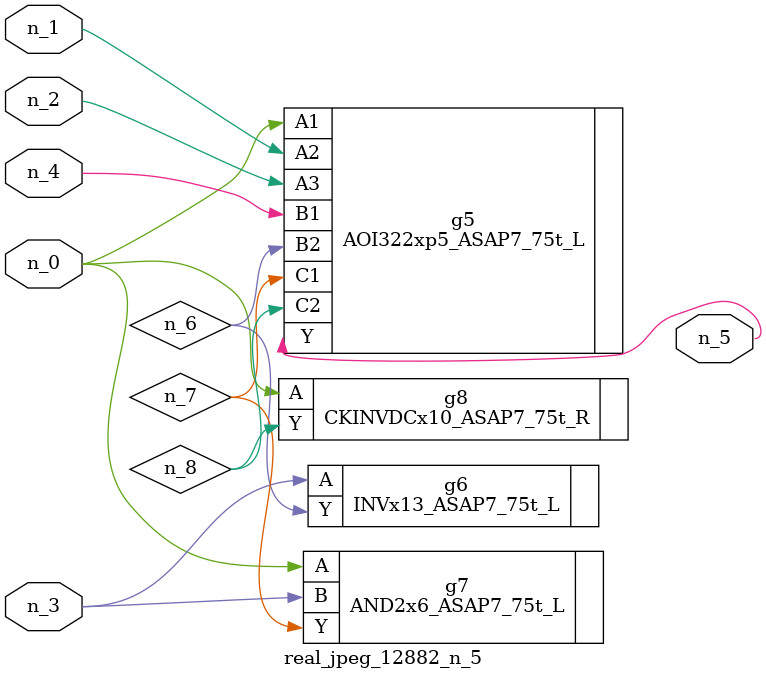
<source format=v>
module real_jpeg_12882_n_5 (n_4, n_0, n_1, n_2, n_3, n_5);

input n_4;
input n_0;
input n_1;
input n_2;
input n_3;

output n_5;

wire n_8;
wire n_6;
wire n_7;

AOI322xp5_ASAP7_75t_L g5 ( 
.A1(n_0),
.A2(n_1),
.A3(n_2),
.B1(n_4),
.B2(n_6),
.C1(n_7),
.C2(n_8),
.Y(n_5)
);

AND2x6_ASAP7_75t_L g7 ( 
.A(n_0),
.B(n_3),
.Y(n_7)
);

CKINVDCx10_ASAP7_75t_R g8 ( 
.A(n_0),
.Y(n_8)
);

INVx13_ASAP7_75t_L g6 ( 
.A(n_3),
.Y(n_6)
);


endmodule
</source>
